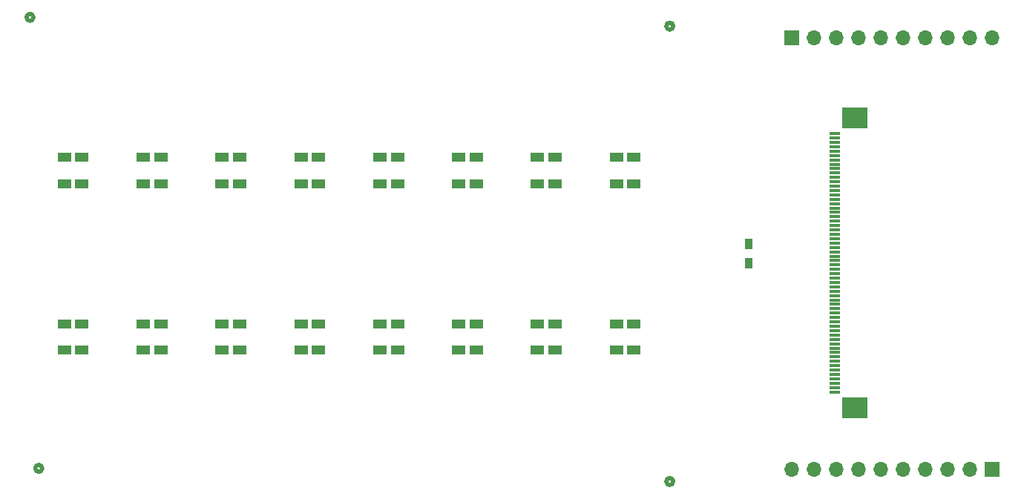
<source format=gts>
G04 #@! TF.GenerationSoftware,KiCad,Pcbnew,(5.1.6-0-10_14)*
G04 #@! TF.CreationDate,2021-08-31T09:47:16+09:00*
G04 #@! TF.ProjectId,photo-single,70686f74-6f2d-4736-996e-676c652e6b69,rev?*
G04 #@! TF.SameCoordinates,Original*
G04 #@! TF.FileFunction,Soldermask,Top*
G04 #@! TF.FilePolarity,Negative*
%FSLAX46Y46*%
G04 Gerber Fmt 4.6, Leading zero omitted, Abs format (unit mm)*
G04 Created by KiCad (PCBNEW (5.1.6-0-10_14)) date 2021-08-31 09:47:16*
%MOMM*%
%LPD*%
G01*
G04 APERTURE LIST*
%ADD10C,0.475000*%
%ADD11R,1.600000X1.000000*%
%ADD12R,0.900000X1.200000*%
%ADD13R,1.250000X0.300000*%
%ADD14R,3.000000X2.400000*%
%ADD15R,1.700000X1.700000*%
%ADD16O,1.700000X1.700000*%
G04 APERTURE END LIST*
D10*
X167400000Y-126000000D02*
G75*
G03*
X167400000Y-126000000I-400000J0D01*
G01*
X95400000Y-124500000D02*
G75*
G03*
X95400000Y-124500000I-400000J0D01*
G01*
X94400000Y-73000000D02*
G75*
G03*
X94400000Y-73000000I-400000J0D01*
G01*
X167400000Y-74000000D02*
G75*
G03*
X167400000Y-74000000I-400000J0D01*
G01*
D11*
X162921211Y-89002066D03*
X162921211Y-92002066D03*
X108921211Y-111001633D03*
X108921211Y-108001633D03*
X162921211Y-108001633D03*
X162921211Y-111001633D03*
X160921211Y-111001633D03*
X160921211Y-108001633D03*
X153921211Y-108001633D03*
X153921211Y-111001633D03*
X151921211Y-111001633D03*
X151921211Y-108001633D03*
X144921211Y-108001633D03*
X144921211Y-111001633D03*
X142921211Y-111001633D03*
X142921211Y-108001633D03*
X135921211Y-108001633D03*
X135921211Y-111001633D03*
X117921211Y-111001633D03*
X117921211Y-108001633D03*
X106921211Y-108001633D03*
X106921211Y-111001633D03*
X115921211Y-108001633D03*
X115921211Y-111001633D03*
X126921211Y-111001633D03*
X126921211Y-108001633D03*
X124921211Y-108001633D03*
X124921211Y-111001633D03*
X99921211Y-111001633D03*
X99921211Y-108001633D03*
X133921211Y-111001633D03*
X133921211Y-108001633D03*
X97921211Y-108001633D03*
X97921211Y-111001633D03*
X160921211Y-92002066D03*
X160921211Y-89002066D03*
X99921211Y-92002066D03*
X99921211Y-89002066D03*
X135921211Y-89002066D03*
X135921211Y-92002066D03*
X115921211Y-89002066D03*
X115921211Y-92002066D03*
X117921211Y-92002066D03*
X117921211Y-89002066D03*
X142921211Y-92002066D03*
X142921211Y-89002066D03*
X106921211Y-89002066D03*
X106921211Y-92002066D03*
X124921211Y-89002066D03*
X124921211Y-92002066D03*
X133921211Y-92002066D03*
X133921211Y-89002066D03*
X126921211Y-92002066D03*
X126921211Y-89002066D03*
X153921211Y-89002066D03*
X153921211Y-92002066D03*
X144921211Y-89002066D03*
X144921211Y-92002066D03*
X151921211Y-92002066D03*
X151921211Y-89002066D03*
X97921211Y-89002066D03*
X97921211Y-92002066D03*
X108921211Y-92002066D03*
X108921211Y-89002066D03*
D12*
X176000000Y-101100000D03*
X176000000Y-98900000D03*
D13*
X185810000Y-115770000D03*
X185810000Y-115270000D03*
X185810000Y-114770000D03*
X185810000Y-114270000D03*
X185810000Y-113770000D03*
X185810000Y-113270000D03*
X185810000Y-112770000D03*
X185810000Y-112270000D03*
X185810000Y-111770000D03*
X185810000Y-111270000D03*
X185810000Y-110770000D03*
X185810000Y-110270000D03*
X185810000Y-109770000D03*
X185810000Y-109270000D03*
X185810000Y-108770000D03*
X185810000Y-108270000D03*
X185810000Y-107770000D03*
X185810000Y-107270000D03*
X185810000Y-106770000D03*
X185810000Y-106270000D03*
X185810000Y-105770000D03*
X185810000Y-105270000D03*
X185810000Y-104770000D03*
X185810000Y-104270000D03*
X185810000Y-103770000D03*
X185810000Y-103270000D03*
X185810000Y-102770000D03*
X185810000Y-102270000D03*
X185810000Y-101770000D03*
X185810000Y-101270000D03*
X185810000Y-100770000D03*
X185810000Y-100270000D03*
X185810000Y-99770000D03*
X185810000Y-99270000D03*
X185810000Y-98770000D03*
X185810000Y-98270000D03*
X185810000Y-97770000D03*
X185810000Y-97270000D03*
X185810000Y-96770000D03*
X185810000Y-96270000D03*
X185810000Y-95770000D03*
X185810000Y-95270000D03*
X185810000Y-94770000D03*
X185810000Y-94270000D03*
X185810000Y-93770000D03*
X185810000Y-93270000D03*
X185810000Y-92770000D03*
X185810000Y-92270000D03*
X185810000Y-91770000D03*
X185810000Y-91270000D03*
X185810000Y-90770000D03*
X185810000Y-90270000D03*
X185810000Y-89770000D03*
X185810000Y-89270000D03*
X185810000Y-88770000D03*
X185810000Y-88270000D03*
X185810000Y-87770000D03*
X185810000Y-87270000D03*
X185810000Y-86770000D03*
X185810000Y-86270000D03*
D14*
X188135000Y-117570000D03*
X188135000Y-84470000D03*
D15*
X180905000Y-75372000D03*
D16*
X183445000Y-75372000D03*
X185985000Y-75372000D03*
X188525000Y-75372000D03*
X191065000Y-75372000D03*
X193605000Y-75372000D03*
X196145000Y-75372000D03*
X198685000Y-75372000D03*
X201225000Y-75372000D03*
X203765000Y-75372000D03*
X180905000Y-124628000D03*
X183445000Y-124628000D03*
X185985000Y-124628000D03*
X188525000Y-124628000D03*
X191065000Y-124628000D03*
X193605000Y-124628000D03*
X196145000Y-124628000D03*
X198685000Y-124628000D03*
X201225000Y-124628000D03*
D15*
X203765000Y-124628000D03*
M02*

</source>
